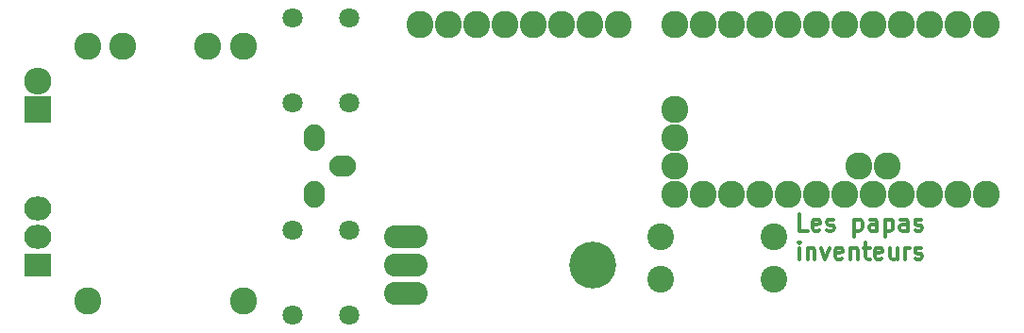
<source format=gts>
G04 #@! TF.FileFunction,Soldermask,Top*
%FSLAX46Y46*%
G04 Gerber Fmt 4.6, Leading zero omitted, Abs format (unit mm)*
G04 Created by KiCad (PCBNEW 4.0.2+dfsg1-stable) date Tue 13 Nov 2018 10:28:19 PM EST*
%MOMM*%
G01*
G04 APERTURE LIST*
%ADD10C,0.100000*%
%ADD11C,0.300000*%
%ADD12C,2.432000*%
%ADD13O,2.398980X1.901140*%
%ADD14O,1.901140X2.398980*%
%ADD15O,3.900120X2.099260*%
%ADD16C,4.199840*%
%ADD17C,2.398980*%
%ADD18C,1.797000*%
%ADD19R,2.432000X2.432000*%
%ADD20O,2.432000X2.432000*%
%ADD21R,2.432000X2.127200*%
%ADD22O,2.432000X2.127200*%
G04 APERTURE END LIST*
D10*
D11*
X169907857Y-127689429D02*
X169907857Y-126673429D01*
X169907857Y-126165429D02*
X169835286Y-126238000D01*
X169907857Y-126310571D01*
X169980429Y-126238000D01*
X169907857Y-126165429D01*
X169907857Y-126310571D01*
X170633571Y-126673429D02*
X170633571Y-127689429D01*
X170633571Y-126818571D02*
X170706143Y-126746000D01*
X170851285Y-126673429D01*
X171069000Y-126673429D01*
X171214143Y-126746000D01*
X171286714Y-126891143D01*
X171286714Y-127689429D01*
X171867285Y-126673429D02*
X172230142Y-127689429D01*
X172593000Y-126673429D01*
X173754143Y-127616857D02*
X173609000Y-127689429D01*
X173318714Y-127689429D01*
X173173571Y-127616857D01*
X173101000Y-127471714D01*
X173101000Y-126891143D01*
X173173571Y-126746000D01*
X173318714Y-126673429D01*
X173609000Y-126673429D01*
X173754143Y-126746000D01*
X173826714Y-126891143D01*
X173826714Y-127036286D01*
X173101000Y-127181429D01*
X174479857Y-126673429D02*
X174479857Y-127689429D01*
X174479857Y-126818571D02*
X174552429Y-126746000D01*
X174697571Y-126673429D01*
X174915286Y-126673429D01*
X175060429Y-126746000D01*
X175133000Y-126891143D01*
X175133000Y-127689429D01*
X175641000Y-126673429D02*
X176221571Y-126673429D01*
X175858714Y-126165429D02*
X175858714Y-127471714D01*
X175931286Y-127616857D01*
X176076428Y-127689429D01*
X176221571Y-127689429D01*
X177310143Y-127616857D02*
X177165000Y-127689429D01*
X176874714Y-127689429D01*
X176729571Y-127616857D01*
X176657000Y-127471714D01*
X176657000Y-126891143D01*
X176729571Y-126746000D01*
X176874714Y-126673429D01*
X177165000Y-126673429D01*
X177310143Y-126746000D01*
X177382714Y-126891143D01*
X177382714Y-127036286D01*
X176657000Y-127181429D01*
X178689000Y-126673429D02*
X178689000Y-127689429D01*
X178035857Y-126673429D02*
X178035857Y-127471714D01*
X178108429Y-127616857D01*
X178253571Y-127689429D01*
X178471286Y-127689429D01*
X178616429Y-127616857D01*
X178689000Y-127544286D01*
X179414714Y-127689429D02*
X179414714Y-126673429D01*
X179414714Y-126963714D02*
X179487286Y-126818571D01*
X179559857Y-126746000D01*
X179705000Y-126673429D01*
X179850143Y-126673429D01*
X180285572Y-127616857D02*
X180430715Y-127689429D01*
X180721000Y-127689429D01*
X180866143Y-127616857D01*
X180938715Y-127471714D01*
X180938715Y-127399143D01*
X180866143Y-127254000D01*
X180721000Y-127181429D01*
X180503286Y-127181429D01*
X180358143Y-127108857D01*
X180285572Y-126963714D01*
X180285572Y-126891143D01*
X180358143Y-126746000D01*
X180503286Y-126673429D01*
X180721000Y-126673429D01*
X180866143Y-126746000D01*
X170633571Y-125149429D02*
X169907857Y-125149429D01*
X169907857Y-123625429D01*
X171722143Y-125076857D02*
X171577000Y-125149429D01*
X171286714Y-125149429D01*
X171141571Y-125076857D01*
X171069000Y-124931714D01*
X171069000Y-124351143D01*
X171141571Y-124206000D01*
X171286714Y-124133429D01*
X171577000Y-124133429D01*
X171722143Y-124206000D01*
X171794714Y-124351143D01*
X171794714Y-124496286D01*
X171069000Y-124641429D01*
X172375286Y-125076857D02*
X172520429Y-125149429D01*
X172810714Y-125149429D01*
X172955857Y-125076857D01*
X173028429Y-124931714D01*
X173028429Y-124859143D01*
X172955857Y-124714000D01*
X172810714Y-124641429D01*
X172593000Y-124641429D01*
X172447857Y-124568857D01*
X172375286Y-124423714D01*
X172375286Y-124351143D01*
X172447857Y-124206000D01*
X172593000Y-124133429D01*
X172810714Y-124133429D01*
X172955857Y-124206000D01*
X174842714Y-124133429D02*
X174842714Y-125657429D01*
X174842714Y-124206000D02*
X174987857Y-124133429D01*
X175278143Y-124133429D01*
X175423286Y-124206000D01*
X175495857Y-124278571D01*
X175568428Y-124423714D01*
X175568428Y-124859143D01*
X175495857Y-125004286D01*
X175423286Y-125076857D01*
X175278143Y-125149429D01*
X174987857Y-125149429D01*
X174842714Y-125076857D01*
X176874714Y-125149429D02*
X176874714Y-124351143D01*
X176802143Y-124206000D01*
X176657000Y-124133429D01*
X176366714Y-124133429D01*
X176221571Y-124206000D01*
X176874714Y-125076857D02*
X176729571Y-125149429D01*
X176366714Y-125149429D01*
X176221571Y-125076857D01*
X176149000Y-124931714D01*
X176149000Y-124786571D01*
X176221571Y-124641429D01*
X176366714Y-124568857D01*
X176729571Y-124568857D01*
X176874714Y-124496286D01*
X177600428Y-124133429D02*
X177600428Y-125657429D01*
X177600428Y-124206000D02*
X177745571Y-124133429D01*
X178035857Y-124133429D01*
X178181000Y-124206000D01*
X178253571Y-124278571D01*
X178326142Y-124423714D01*
X178326142Y-124859143D01*
X178253571Y-125004286D01*
X178181000Y-125076857D01*
X178035857Y-125149429D01*
X177745571Y-125149429D01*
X177600428Y-125076857D01*
X179632428Y-125149429D02*
X179632428Y-124351143D01*
X179559857Y-124206000D01*
X179414714Y-124133429D01*
X179124428Y-124133429D01*
X178979285Y-124206000D01*
X179632428Y-125076857D02*
X179487285Y-125149429D01*
X179124428Y-125149429D01*
X178979285Y-125076857D01*
X178906714Y-124931714D01*
X178906714Y-124786571D01*
X178979285Y-124641429D01*
X179124428Y-124568857D01*
X179487285Y-124568857D01*
X179632428Y-124496286D01*
X180285571Y-125076857D02*
X180430714Y-125149429D01*
X180720999Y-125149429D01*
X180866142Y-125076857D01*
X180938714Y-124931714D01*
X180938714Y-124859143D01*
X180866142Y-124714000D01*
X180720999Y-124641429D01*
X180503285Y-124641429D01*
X180358142Y-124568857D01*
X180285571Y-124423714D01*
X180285571Y-124351143D01*
X180358142Y-124206000D01*
X180503285Y-124133429D01*
X180720999Y-124133429D01*
X180866142Y-124206000D01*
D12*
X109220000Y-108585000D03*
X116840000Y-108585000D03*
X106045000Y-108585000D03*
X120015000Y-108585000D03*
X120015000Y-131445000D03*
X106045000Y-131445000D03*
X186690000Y-106680000D03*
X184150000Y-106680000D03*
X181610000Y-106680000D03*
X179070000Y-106680000D03*
X176530000Y-106680000D03*
X173990000Y-106680000D03*
X171450000Y-106680000D03*
X168910000Y-106680000D03*
X166370000Y-106680000D03*
X163830000Y-106680000D03*
X161290000Y-106680000D03*
X158750000Y-106680000D03*
X186690000Y-121920000D03*
X184150000Y-121920000D03*
X181610000Y-121920000D03*
X179070000Y-121920000D03*
X176530000Y-121920000D03*
X173990000Y-121920000D03*
X171450000Y-121920000D03*
X168910000Y-121920000D03*
X166370000Y-121920000D03*
X163830000Y-121920000D03*
X161290000Y-121920000D03*
X158750000Y-121920000D03*
X177800000Y-119380000D03*
X175260000Y-119380000D03*
X158750000Y-119380000D03*
X158750000Y-116840000D03*
X158750000Y-114300000D03*
D13*
X128905000Y-119380000D03*
D14*
X126365000Y-116840000D03*
X126365000Y-121920000D03*
D15*
X134620000Y-128270000D03*
X134620000Y-125730000D03*
X134620000Y-130810000D03*
D16*
X151384000Y-128270000D03*
D17*
X157480000Y-125730000D03*
X167640000Y-125730000D03*
X157480000Y-129540000D03*
X167640000Y-129540000D03*
D18*
X124460000Y-113665000D03*
X129540000Y-113665000D03*
X124460000Y-106045000D03*
X129540000Y-106045000D03*
X124460000Y-132715000D03*
X129540000Y-132715000D03*
X124460000Y-125095000D03*
X129540000Y-125095000D03*
D12*
X153670000Y-106680000D03*
X151130000Y-106680000D03*
X148590000Y-106680000D03*
X146050000Y-106680000D03*
X143510000Y-106680000D03*
X140970000Y-106680000D03*
X138430000Y-106680000D03*
X135890000Y-106680000D03*
D19*
X101600000Y-114300000D03*
D20*
X101600000Y-111760000D03*
D21*
X101600000Y-128270000D03*
D22*
X101600000Y-125730000D03*
X101600000Y-123190000D03*
M02*

</source>
